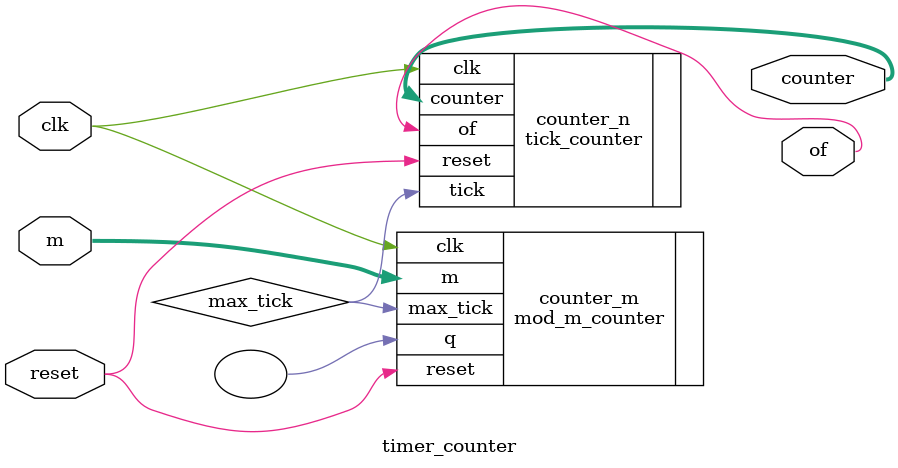
<source format=v>
module timer_counter
#(
	parameter M_BITS=8, // Mod-M bit precision
	          N_BITS=4  // Counter bit precision
)
(
	input wire clk, reset,
	input wire [M_BITS-1:0] m,        // Counter max
	output wire [N_BITS-1:0] counter, // Counter
	output wire of                    // Overflow
);
	wire max_tick;

	mod_m_counter #(.M_BITS(M_BITS)) counter_m(.clk(clk), .reset(reset), .m(m), .max_tick(max_tick), .q());
	tick_counter #(.N(N_BITS)) counter_n(.clk(clk), .reset(reset), .tick(max_tick), .counter(counter), .of(of));
endmodule

</source>
